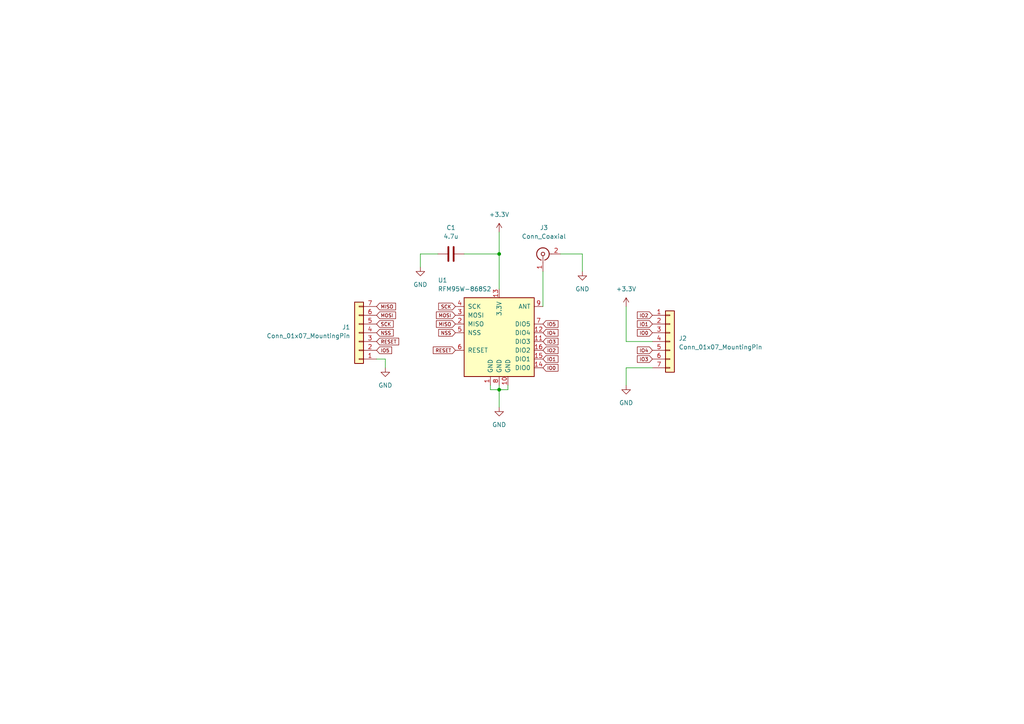
<source format=kicad_sch>
(kicad_sch (version 20211123) (generator eeschema)
  (paper "A4")
  (lib_symbols
    (symbol "Connector:Conn_Coaxial" (pin_names (offset 1.016) hide)
      (property "Reference" "J" (at 0.254 3.048 0))
      (property "Value" "Conn_Coaxial" (at 2.921 0 90))
      (symbol "Conn_Coaxial_0_1"
        (arc (start -1.778 -0.508) (mid 0.2311 -1.8066) (end 1.778 0) (stroke (width 0.254)))
        (polyline (pts (xy -2.54 0) (xy -0.508 0)))
        (polyline (pts (xy 0 -2.54) (xy 0 -1.778)))
        (circle (center 0 0) (radius 0.508) (stroke (width 0.2032)))
        (arc (start 1.778 0) (mid 0.2099 1.8101) (end -1.778 0.508) (stroke (width 0.254)))
      )
      (symbol "Conn_Coaxial_1_1"
        (pin passive line (at -5.08 0 0) (length 2.54) (name "In") (number "1"))
        (pin passive line (at 0 -5.08 90) (length 2.54) (name "Ext") (number "2"))
      )
    )
    (symbol "Connector_Generic:Conn_01x07" (pin_names (offset 1.016) hide)
      (property "Reference" "J" (at 0 10.16 0))
      (property "Value" "Conn_01x07" (at 0 -10.16 0))
      (symbol "Conn_01x07_1_1"
        (rectangle (start -1.27 -7.493) (end 0 -7.747) (stroke (width 0.1524)))
        (rectangle (start -1.27 -4.953) (end 0 -5.207) (stroke (width 0.1524)))
        (rectangle (start -1.27 -2.413) (end 0 -2.667) (stroke (width 0.1524)))
        (rectangle (start -1.27 0.127) (end 0 -0.127) (stroke (width 0.1524)))
        (rectangle (start -1.27 2.667) (end 0 2.413) (stroke (width 0.1524)))
        (rectangle (start -1.27 5.207) (end 0 4.953) (stroke (width 0.1524)))
        (rectangle (start -1.27 7.747) (end 0 7.493) (stroke (width 0.1524)))
        (rectangle (start -1.27 8.89) (end 1.27 -8.89) (stroke (width 0.254)) (fill (type background)))
        (pin passive line (at -5.08 7.62 0) (length 3.81) (name "Pin_1") (number "1"))
        (pin passive line (at -5.08 5.08 0) (length 3.81) (name "Pin_2") (number "2"))
        (pin passive line (at -5.08 2.54 0) (length 3.81) (name "Pin_3") (number "3"))
        (pin passive line (at -5.08 0 0) (length 3.81) (name "Pin_4") (number "4"))
        (pin passive line (at -5.08 -2.54 0) (length 3.81) (name "Pin_5") (number "5"))
        (pin passive line (at -5.08 -5.08 0) (length 3.81) (name "Pin_6") (number "6"))
        (pin passive line (at -5.08 -7.62 0) (length 3.81) (name "Pin_7") (number "7"))
      )
    )
    (symbol "Device:C" (pin_numbers hide) (pin_names (offset 0.254))
      (property "Reference" "C" (at 0.635 2.54 0))
      (property "Value" "C" (at 0.635 -2.54 0))
      (symbol "C_0_1"
        (polyline (pts (xy -2.032 -0.762) (xy 2.032 -0.762)) (stroke (width 0.508)))
        (polyline (pts (xy -2.032 0.762) (xy 2.032 0.762)) (stroke (width 0.508)))
      )
      (symbol "C_1_1"
        (pin passive line (at 0 3.81 270) (length 2.794) (name "~") (number "1"))
        (pin passive line (at 0 -3.81 90) (length 2.794) (name "~") (number "2"))
      )
    )
    (symbol "RF_Module:RFM95W-868S2" (pin_names (offset 1.016))
      (property "Reference" "U" (at -10.414 11.684 0))
      (property "Value" "RFM95W-868S2" (at 1.524 11.43 0))
      (symbol "RFM95W-868S2_0_1"
        (rectangle (start -10.16 10.16) (end 10.16 -12.7) (stroke (width 0.254)) (fill (type background)))
      )
      (symbol "RFM95W-868S2_1_1"
        (pin power_in line (at -2.54 -15.24 90) (length 2.54) (name "GND") (number "1"))
        (pin power_in line (at 2.54 -15.24 90) (length 2.54) (name "GND") (number "10"))
        (pin bidirectional line (at 12.7 -2.54 180) (length 2.54) (name "DIO3") (number "11"))
        (pin bidirectional line (at 12.7 0 180) (length 2.54) (name "DIO4") (number "12"))
        (pin power_in line (at 0 12.7 270) (length 2.54) (name "3.3V") (number "13"))
        (pin bidirectional line (at 12.7 -10.16 180) (length 2.54) (name "DIO0") (number "14"))
        (pin bidirectional line (at 12.7 -7.62 180) (length 2.54) (name "DIO1") (number "15"))
        (pin bidirectional line (at 12.7 -5.08 180) (length 2.54) (name "DIO2") (number "16"))
        (pin output line (at -12.7 2.54 0) (length 2.54) (name "MISO") (number "2"))
        (pin input line (at -12.7 5.08 0) (length 2.54) (name "MOSI") (number "3"))
        (pin input line (at -12.7 7.62 0) (length 2.54) (name "SCK") (number "4"))
        (pin input line (at -12.7 0 0) (length 2.54) (name "NSS") (number "5"))
        (pin bidirectional line (at -12.7 -5.08 0) (length 2.54) (name "RESET") (number "6"))
        (pin bidirectional line (at 12.7 2.54 180) (length 2.54) (name "DIO5") (number "7"))
        (pin power_in line (at 0 -15.24 90) (length 2.54) (name "GND") (number "8"))
        (pin bidirectional line (at 12.7 7.62 180) (length 2.54) (name "ANT") (number "9"))
      )
    )
    (symbol "power:+3.3V" (power) (pin_names (offset 0))
      (property "Value" "+3.3V" (at 0 3.556 0))
      (symbol "+3.3V_0_1"
        (polyline (pts (xy -0.762 1.27) (xy 0 2.54)))
        (polyline (pts (xy 0 0) (xy 0 2.54)))
        (polyline (pts (xy 0 2.54) (xy 0.762 1.27)))
      )
      (symbol "+3.3V_1_1"
        (pin power_in line (at 0 0 90) (length 0) hide (name "+3.3V") (number "1"))
      )
    )
    (symbol "power:GND" (power) (pin_names (offset 0))
      (property "Value" "GND" (at 0 -3.81 0))
      (symbol "GND_0_1"
        (polyline (pts (xy 0 0) (xy 0 -1.27) (xy 1.27 -1.27) (xy 0 -2.54) (xy -1.27 -1.27) (xy 0 -1.27)))
      )
      (symbol "GND_1_1"
        (pin power_in line (at 0 0 270) (length 0) hide (name "GND") (number "1"))
      )
    )
  )
  (junction (at 144.78 73.66))
  (junction (at 144.78 113.03))
  (wire (pts (xy 162.56 73.66) (xy 168.91 73.66)))
  (wire (pts (xy 144.78 67.31) (xy 144.78 73.66)))
  (wire (pts (xy 142.24 113.03) (xy 144.78 113.03)))
  (wire (pts (xy 157.48 88.9) (xy 157.48 78.74)))
  (wire (pts (xy 121.92 73.66) (xy 121.92 77.47)))
  (wire (pts (xy 111.76 104.14) (xy 111.76 106.68)))
  (wire (pts (xy 134.62 73.66) (xy 144.78 73.66)))
  (wire (pts (xy 144.78 113.03) (xy 147.32 113.03)))
  (wire (pts (xy 144.78 113.03) (xy 144.78 118.11)))
  (wire (pts (xy 144.78 111.76) (xy 144.78 113.03)))
  (wire (pts (xy 168.91 73.66) (xy 168.91 78.74)))
  (wire (pts (xy 142.24 111.76) (xy 142.24 113.03)))
  (wire (pts (xy 144.78 73.66) (xy 144.78 83.82)))
  (wire (pts (xy 181.61 106.68) (xy 181.61 111.76)))
  (wire (pts (xy 189.23 99.06) (xy 181.61 99.06)))
  (wire (pts (xy 121.92 73.66) (xy 127 73.66)))
  (wire (pts (xy 181.61 88.9) (xy 181.61 99.06)))
  (wire (pts (xy 189.23 106.68) (xy 181.61 106.68)))
  (wire (pts (xy 109.22 104.14) (xy 111.76 104.14)))
  (wire (pts (xy 147.32 111.76) (xy 147.32 113.03)))
  (global_label "IO3" (shape input) (at 189.23 104.14 180) (effects (font (size 1 1))) (property "Intersheet References" "${INTERSHEET_REFS}" (effects hide)))
  (global_label "SCK" (shape input) (at 132.08 88.9 180) (effects (font (size 1 1))) (property "Intersheet References" "${INTERSHEET_REFS}" (effects hide)))
  (global_label "MOSI" (shape input) (at 132.08 91.44 180) (effects (font (size 1 1))) (property "Intersheet References" "${INTERSHEET_REFS}" (effects hide)))
  (global_label "MISO" (shape input) (at 109.22 88.9 0) (effects (font (size 1 1))) (property "Intersheet References" "${INTERSHEET_REFS}" (effects hide)))
  (global_label "IO5" (shape input) (at 109.22 101.6 0) (effects (font (size 1 1))) (property "Intersheet References" "${INTERSHEET_REFS}" (effects hide)))
  (global_label "IO0" (shape input) (at 157.48 106.68 0) (effects (font (size 1 1))) (property "Intersheet References" "${INTERSHEET_REFS}" (effects hide)))
  (global_label "NSS" (shape input) (at 132.08 96.52 180) (effects (font (size 1 1))) (property "Intersheet References" "${INTERSHEET_REFS}" (effects hide)))
  (global_label "IO3" (shape input) (at 157.48 99.06 0) (effects (font (size 1 1))) (property "Intersheet References" "${INTERSHEET_REFS}" (effects hide)))
  (global_label "NSS" (shape input) (at 109.22 96.52 0) (effects (font (size 1 1))) (property "Intersheet References" "${INTERSHEET_REFS}" (effects hide)))
  (global_label "IO4" (shape input) (at 189.23 101.6 180) (effects (font (size 1 1))) (property "Intersheet References" "${INTERSHEET_REFS}" (effects hide)))
  (global_label "IO4" (shape input) (at 157.48 96.52 0) (effects (font (size 1 1))) (property "Intersheet References" "${INTERSHEET_REFS}" (effects hide)))
  (global_label "MISO" (shape input) (at 132.08 93.98 180) (effects (font (size 1 1))) (property "Intersheet References" "${INTERSHEET_REFS}" (effects hide)))
  (global_label "RESET" (shape input) (at 132.08 101.6 180) (effects (font (size 1 1))) (property "Intersheet References" "${INTERSHEET_REFS}" (effects hide)))
  (global_label "IO2" (shape input) (at 189.23 91.44 180) (effects (font (size 1 1))) (property "Intersheet References" "${INTERSHEET_REFS}" (effects hide)))
  (global_label "IO1" (shape input) (at 157.48 104.14 0) (effects (font (size 1 1))) (property "Intersheet References" "${INTERSHEET_REFS}" (effects hide)))
  (global_label "IO2" (shape input) (at 157.48 101.6 0) (effects (font (size 1 1))) (property "Intersheet References" "${INTERSHEET_REFS}" (effects hide)))
  (global_label "IO5" (shape input) (at 157.48 93.98 0) (effects (font (size 1 1))) (property "Intersheet References" "${INTERSHEET_REFS}" (effects hide)))
  (global_label "SCK" (shape input) (at 109.22 93.98 0) (effects (font (size 1 1))) (property "Intersheet References" "${INTERSHEET_REFS}" (effects hide)))
  (global_label "IO0" (shape input) (at 189.23 96.52 180) (effects (font (size 1 1))) (property "Intersheet References" "${INTERSHEET_REFS}" (effects hide)))
  (global_label "IO1" (shape input) (at 189.23 93.98 180) (effects (font (size 1 1))) (property "Intersheet References" "${INTERSHEET_REFS}" (effects hide)))
  (global_label "MOSI" (shape input) (at 109.22 91.44 0) (effects (font (size 1 1))) (property "Intersheet References" "${INTERSHEET_REFS}" (effects hide)))
  (global_label "RESET" (shape input) (at 109.22 99.06 0) (effects (font (size 1 1))) (property "Intersheet References" "${INTERSHEET_REFS}" (effects hide)))
  (symbol (lib_id "Device:C") (at 130.81 73.66 90) (unit 1)
    (property "Reference" "C1" (at 130.81 66.04 90))
    (property "Value" "4.7u" (at 130.81 68.58 90))
    (property "Footprint" "Capacitor_SMD:C_0805_2012Metric" (effects hide))
  )
  (symbol (lib_id "RF_Module:RFM95W-868S2") (at 144.78 96.52 0) (unit 1)
    (property "Reference" "U1" (at 127 81.28 0) (effects (justify left)))
    (property "Value" "RFM95W-868S2" (at 127 83.82 0) (effects (justify left)))
    (property "Footprint" "RF_Module:HOPERF_RFM9XW_SMD" (effects hide))
    (property "Datasheet" "https://www.hoperf.com/data/upload/portal/20181127/5bfcbea20e9ef.pdf" (effects hide))
  )
  (symbol (lib_id "Connector_Generic:Conn_01x07") (at 104.14 96.52 180) (unit 1)
    (property "Reference" "J1" (at 101.6 94.8943 0) (effects (justify left)))
    (property "Value" "Conn_01x07_MountingPin" (at 101.6 97.4343 0) (effects (justify left)))
    (property "Footprint" "Connector_PinHeader_2.54mm:PinHeader_1x07_P2.54mm_Vertical" (effects hide))
  )
  (symbol (lib_id "power:GND") (at 111.76 106.68 0) (unit 1)
    (property "Reference" "#PWR0105" (effects hide))
    (property "Value" "GND" (at 111.76 111.76 0))
  )
  (symbol (lib_id "power:+3.3V") (at 181.61 88.9 0) (unit 1)
    (property "Reference" "#PWR0103" (effects hide))
    (property "Value" "+3.3V" (at 181.61 83.82 0))
  )
  (symbol (lib_id "power:GND") (at 181.61 111.76 0) (unit 1)
    (property "Reference" "#PWR0106" (effects hide))
    (property "Value" "GND" (at 181.61 116.84 0))
  )
  (symbol (lib_id "power:+3.3V") (at 144.78 67.31 0) (unit 1)
    (property "Reference" "#PWR0102" (effects hide))
    (property "Value" "+3.3V" (at 144.78 62.23 0))
  )
  (symbol (lib_id "power:GND") (at 121.92 77.47 0) (unit 1)
    (property "Reference" "#PWR?" (effects hide))
    (property "Value" "GND" (at 121.92 82.55 0))
  )
  (symbol (lib_id "Connector:Conn_Coaxial") (at 157.48 73.66 90) (unit 1)
    (property "Reference" "J3" (at 157.7732 66.04 90))
    (property "Value" "Conn_Coaxial" (at 157.7732 68.58 90))
    (property "Footprint" "Connector_Coaxial:U.FL_Hirose_U.FL-R-SMT-1_Vertical" (effects hide))
    (property "Datasheet" " ~" (effects hide))
  )
  (symbol (lib_id "Connector_Generic:Conn_01x07") (at 194.31 99.06 0) (unit 1)
    (property "Reference" "J2" (at 196.85 98.1455 0) (effects (justify left)))
    (property "Value" "Conn_01x07_MountingPin" (at 196.85 100.6855 0) (effects (justify left)))
    (property "Footprint" "Connector_PinHeader_2.54mm:PinHeader_1x07_P2.54mm_Vertical" (effects hide))
  )
  (symbol (lib_id "power:GND") (at 168.91 78.74 0) (unit 1)
    (property "Reference" "#PWR0101" (effects hide))
    (property "Value" "GND" (at 168.91 83.82 0))
  )
  (symbol (lib_id "power:GND") (at 144.78 118.11 0) (unit 1)
    (property "Reference" "#PWR0104" (effects hide))
    (property "Value" "GND" (at 144.78 123.19 0))
  )
)
</source>
